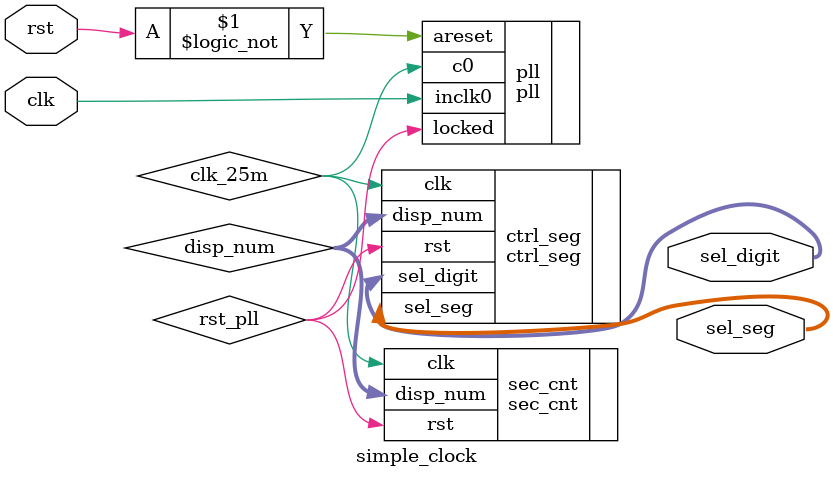
<source format=v>
module simple_clock(
	clk,
	rst,
	sel_digit,
	sel_seg
);

input clk;
input rst;

output [3:0]sel_digit;
output [7:0]sel_seg;

wire clk_25m;
wire rst_pll;
wire [15:0]disp_num;

pll	pll(
	.areset(!rst),
	.inclk0(clk),
	.c0(clk_25m),
	.locked(rst_pll)
);

sec_cnt	sec_cnt(
	.clk(clk_25m),
	.rst(rst_pll),
	.disp_num(disp_num)
);

ctrl_seg	ctrl_seg(
	.clk(clk_25m),
	.rst(rst_pll),
	.disp_num(disp_num),
	.sel_digit(sel_digit),
	.sel_seg(sel_seg)
);

endmodule 
</source>
